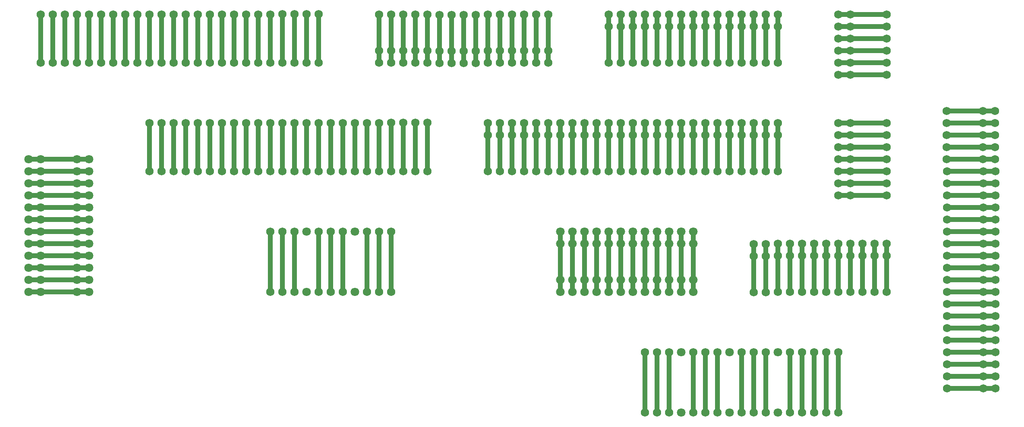
<source format=gbr>
G04 DesignSpark PCB Gerber Version 12.0 Build 5941*
G04 #@! TF.Part,Single*
G04 #@! TF.FileFunction,Copper,L2,Bot*
G04 #@! TF.FilePolarity,Positive*
%FSLAX35Y35*%
%MOIN*%
%ADD10C,0.03937*%
G04 #@! TA.AperFunction,WasherPad*
%ADD11C,0.06890*%
%ADD12C,0.07087*%
G04 #@! TD.AperFunction*
X0Y0D02*
D02*
D10*
X20250Y120250D02*
X30250D01*
X20250Y140250D02*
X30250D01*
X20250Y160250D02*
X30250D01*
X20250Y180250D02*
X30250D01*
X20250Y210250D02*
X30250D01*
X20250Y220250D02*
X30250D01*
Y120250D02*
X60250D01*
X30250Y130250D02*
X20250D01*
X30250Y140250D02*
X60250D01*
X30250Y150250D02*
X20250D01*
X30250Y160250D02*
X60250D01*
X30250Y170250D02*
X20250D01*
X30250Y180250D02*
X60250D01*
X30250Y190250D02*
X20250D01*
X30250Y200250D02*
X60250D01*
X30250D02*
X20250D01*
X30250Y220250D02*
X60250D01*
X30250Y230250D02*
X20250D01*
X30250Y310250D02*
Y350250D01*
X40250D02*
Y310250D01*
X50250D02*
Y350250D01*
X60250Y120250D02*
X70250D01*
X60250Y130250D02*
X30250D01*
X60250Y140250D02*
X70250D01*
X60250Y150250D02*
X30250D01*
X60250Y160250D02*
X70250D01*
X60250Y170250D02*
X30250D01*
X60250Y190250D02*
X30250D01*
X60250D02*
X70250D01*
X60250Y210250D02*
X30250D01*
X60250D02*
X70250D01*
X60250Y230250D02*
X30250D01*
X60250Y350250D02*
Y310250D01*
X70250Y130250D02*
X60250D01*
X70250Y150250D02*
X60250D01*
X70250Y170250D02*
X60250D01*
X70250Y180250D02*
X60250D01*
X70250Y200250D02*
X60250D01*
X70250Y220250D02*
X60250D01*
X70250Y230250D02*
X60250D01*
X70250Y310250D02*
Y350250D01*
X80250D02*
Y310250D01*
X90250D02*
Y350250D01*
X100250D02*
Y310250D01*
X110250D02*
Y350250D01*
X120250Y220250D02*
Y260250D01*
Y350250D02*
Y310250D01*
X130250Y260250D02*
Y220250D01*
Y310250D02*
Y350250D01*
X140250Y220250D02*
Y260250D01*
Y350250D02*
Y310250D01*
X150250Y260250D02*
Y220250D01*
Y310250D02*
Y350250D01*
X160250Y220250D02*
Y260250D01*
Y350250D02*
Y310250D01*
X170250Y260250D02*
Y220250D01*
Y310250D02*
Y350250D01*
X180250Y220250D02*
Y260250D01*
Y350250D02*
Y310250D01*
X190250Y260250D02*
Y220250D01*
Y310250D02*
Y350250D01*
X200250Y220250D02*
Y260250D01*
Y350250D02*
Y310250D01*
X210250Y260250D02*
Y220250D01*
Y310250D02*
Y350250D01*
X220250Y170250D02*
Y120250D01*
Y220250D02*
Y260250D01*
Y350250D02*
Y310250D01*
X230250Y120250D02*
Y170250D01*
Y260250D02*
Y220250D01*
Y310250D02*
Y350485D01*
X240250Y170250D02*
Y120250D01*
Y220250D02*
Y260250D01*
Y350485D02*
Y310250D01*
X250250Y260250D02*
Y220250D01*
Y310250D02*
Y350485D01*
X260250Y120250D02*
Y170250D01*
Y220250D02*
Y260250D01*
Y350485D02*
Y310250D01*
X270250Y170250D02*
Y120250D01*
Y260250D02*
Y220250D01*
X280250Y120250D02*
Y170250D01*
Y220250D02*
Y260250D01*
X290250D02*
Y220250D01*
X300250Y170250D02*
Y120250D01*
Y220250D02*
Y260250D01*
X310250Y120250D02*
Y170250D01*
Y260250D02*
Y220250D01*
Y310250D02*
Y320250D01*
Y350250D01*
X320250Y170250D02*
Y120250D01*
Y220250D02*
Y260485D01*
Y310250D02*
Y320250D01*
Y350250D02*
Y320250D01*
X330250Y260485D02*
Y220250D01*
Y310250D02*
Y320250D01*
Y350250D01*
X340250Y220250D02*
Y260485D01*
Y310250D02*
Y320250D01*
Y350250D02*
Y320250D01*
X350250Y260485D02*
Y220250D01*
Y310250D02*
Y320250D01*
Y350250D01*
X360250Y310015D02*
Y320015D01*
Y350015D02*
Y320015D01*
X370250Y310015D02*
Y320015D01*
Y350015D01*
X380250Y310015D02*
Y320015D01*
Y350015D02*
Y320015D01*
X390250Y310015D02*
Y320015D01*
Y350015D01*
X400250Y220250D02*
Y250250D01*
Y260250D02*
Y250250D01*
Y310250D02*
Y320250D01*
Y350250D02*
Y320250D01*
X410250Y250250D02*
Y260250D01*
Y250250D02*
Y220250D01*
Y310250D02*
Y320250D01*
Y350250D01*
X420250Y220250D02*
Y250250D01*
Y260250D02*
Y250250D01*
Y310250D02*
Y320250D01*
Y350250D02*
Y320250D01*
X430250Y250250D02*
Y260250D01*
Y250250D02*
Y220250D01*
Y310250D02*
Y320250D01*
Y350250D01*
X440250Y220250D02*
Y250250D01*
Y260250D02*
Y250250D01*
Y310250D02*
Y320250D01*
Y350250D02*
Y320250D01*
X450250Y250250D02*
Y260250D01*
Y250250D02*
Y220250D01*
Y310250D02*
Y320250D01*
Y350250D01*
X460250Y130250D02*
Y120250D01*
Y160250D02*
Y130250D01*
Y170250D02*
Y160250D01*
Y220250D02*
Y250250D01*
Y260250D02*
Y250250D01*
X470250Y130250D02*
Y160250D01*
Y130250D02*
Y120250D01*
Y170250D02*
Y160250D01*
Y250250D02*
Y260250D01*
Y250250D02*
Y220250D01*
X480250Y120250D02*
Y130250D01*
Y160250D02*
Y130250D01*
Y160250D02*
Y170250D01*
Y220250D02*
Y250250D01*
Y260250D01*
X490250Y130250D02*
Y160250D01*
Y130250D02*
Y120250D01*
Y170250D02*
Y160250D01*
Y250250D02*
Y220250D01*
Y260250D02*
Y250250D01*
X500250Y120250D02*
Y130250D01*
Y160250D02*
Y130250D01*
Y160250D02*
Y170250D01*
Y220250D02*
Y250250D01*
Y260250D02*
Y250250D01*
Y310250D02*
Y340250D01*
Y350250D01*
X510250Y130250D02*
Y160250D01*
Y130250D02*
Y120250D01*
Y170250D02*
Y160250D01*
Y250250D02*
Y220250D01*
Y260250D02*
Y250250D01*
Y340250D02*
Y310250D01*
Y350250D02*
Y340250D01*
X520250Y130250D02*
Y120250D01*
Y160250D02*
Y130250D01*
Y170250D02*
Y160250D01*
Y220250D02*
Y250250D01*
Y260250D02*
Y250250D01*
Y340250D02*
Y310250D01*
Y350250D02*
Y340250D01*
X530250Y20250D02*
Y70250D01*
Y120250D02*
Y130250D01*
Y160250D01*
Y170250D01*
Y250250D02*
Y220250D01*
Y260250D02*
Y250250D01*
Y310250D02*
Y340250D01*
Y350250D02*
Y340250D01*
X540250Y70250D02*
Y20250D01*
Y130250D02*
Y120250D01*
Y160250D02*
Y130250D01*
Y170250D02*
Y160250D01*
Y220250D02*
Y250250D01*
Y260250D02*
Y250250D01*
Y340250D02*
Y310250D01*
Y340250D02*
Y350250D01*
X550250Y20250D02*
Y70250D01*
Y120250D02*
Y130250D01*
Y160250D01*
Y170250D01*
Y250250D02*
Y220250D01*
Y260250D02*
Y250250D01*
Y310250D02*
Y340250D01*
Y350250D02*
Y340250D01*
X560250Y130250D02*
Y120250D01*
Y160250D02*
Y130250D01*
Y170250D02*
Y160250D01*
Y220250D02*
Y250250D01*
Y260250D02*
Y250250D01*
Y340250D02*
Y310250D01*
Y340250D02*
Y350250D01*
X570250Y70250D02*
Y20250D01*
Y120250D02*
Y130250D01*
Y160250D01*
Y170250D01*
Y250250D02*
Y220250D01*
Y260250D02*
Y250250D01*
Y310250D02*
Y340250D01*
Y350250D02*
Y340250D01*
X580250Y20250D02*
Y70250D01*
Y220250D02*
Y250250D01*
Y260250D02*
Y250250D01*
Y340250D02*
Y310250D01*
Y340250D02*
Y350250D01*
X590250Y70250D02*
Y20250D01*
Y250250D02*
Y220250D01*
Y260250D02*
Y250250D01*
Y310250D02*
Y340250D01*
Y350250D02*
Y340250D01*
X600250Y220250D02*
Y250250D01*
Y260250D02*
Y250250D01*
Y340250D02*
Y310250D01*
Y340250D02*
Y350250D01*
X610250Y20250D02*
Y70250D01*
Y250250D02*
Y220250D01*
Y260250D02*
Y250250D01*
Y310250D02*
Y340250D01*
Y350250D02*
Y340250D01*
X620250Y70250D02*
Y20250D01*
Y150015D02*
Y160015D01*
Y150015D02*
Y120015D01*
Y220250D02*
Y250250D01*
Y260250D02*
Y250250D01*
Y340250D02*
Y310250D01*
Y340250D02*
Y350250D01*
X630250Y20250D02*
Y70250D01*
Y120015D02*
Y150015D01*
Y160015D02*
Y150015D01*
Y250250D02*
Y220250D01*
Y260250D02*
Y250250D01*
Y310250D02*
Y340250D01*
Y350250D02*
Y340250D01*
X640250Y150250D02*
Y160250D01*
Y150250D02*
Y120250D01*
Y220250D02*
Y250250D01*
Y260250D02*
Y250250D01*
Y340250D02*
Y310250D01*
Y340250D02*
Y350250D01*
X650250Y70250D02*
Y20250D01*
Y120250D02*
Y150250D01*
Y160250D02*
Y150250D01*
X660250Y20250D02*
Y70250D01*
Y150250D02*
Y160250D01*
Y150250D02*
Y120250D01*
X670250Y70250D02*
Y20250D01*
Y120250D02*
Y150250D01*
Y160250D02*
Y150250D01*
X680250Y70250D02*
Y20250D01*
Y150250D02*
Y160250D01*
Y150250D02*
Y120250D01*
X690250Y20250D02*
Y70250D01*
Y120250D02*
Y150250D01*
Y160250D02*
Y150250D01*
Y210250D02*
X700250D01*
X690250Y230250D02*
X700250D01*
X690250Y250250D02*
X700250D01*
X690250Y300250D02*
X700250D01*
X690250Y320250D02*
X700250D01*
X690250Y340250D02*
X700250D01*
Y150250D02*
Y160250D01*
Y150250D02*
Y120250D01*
Y200250D02*
X690250D01*
X700250Y210250D02*
X730250D01*
X700250Y220250D02*
X690250D01*
X700250Y230250D02*
X730250D01*
X700250Y240250D02*
X690250D01*
X700250Y250250D02*
X730250D01*
X700250Y260250D02*
X690250D01*
X700250Y300250D02*
X730250D01*
X700250Y310250D02*
X690250D01*
X700250Y320250D02*
X730250D01*
X700250Y330250D02*
X690250D01*
X700250Y340250D02*
X730250D01*
X700250Y350250D02*
X690250D01*
X710250Y120250D02*
Y150250D01*
Y160250D02*
Y150250D01*
X720250D02*
Y160250D01*
Y150250D02*
Y120250D01*
X730250D02*
Y150250D01*
Y160250D02*
Y150250D01*
Y200250D02*
X700250D01*
X730250Y220250D02*
X700250D01*
X730250Y240250D02*
X700250D01*
X730250Y260250D02*
X700250D01*
X730250Y310250D02*
X700250D01*
X730250Y330250D02*
X700250D01*
X730250Y350250D02*
X700250D01*
X780015Y240250D02*
X810015D01*
X780015Y260250D02*
X810015D01*
X780250Y40250D02*
X810250D01*
X780250Y60250D02*
X810250D01*
X780250Y80250D02*
X810250D01*
X780250Y100250D02*
X810250D01*
X780250Y120250D02*
X810250D01*
X780250Y140250D02*
X810250D01*
X780250Y160250D02*
X810250D01*
X780250Y180250D02*
X810250D01*
X780250Y200250D02*
X810250D01*
X780250Y220250D02*
X810250D01*
X810015Y230250D02*
X820015D01*
X810015D02*
X780015D01*
X810015Y250250D02*
X820015D01*
X810015D02*
X780015D01*
X810015Y270250D02*
X820015D01*
X810015D02*
X780015D01*
X810250Y40250D02*
X820250D01*
X810250Y50250D02*
X820250D01*
X810250D02*
X780250D01*
X810250Y70250D02*
X820250D01*
X810250D02*
X780250D01*
X810250Y90250D02*
X820250D01*
X810250D02*
X780250D01*
X810250Y110250D02*
X820250D01*
X810250D02*
X780250D01*
X810250Y130250D02*
X820250D01*
X810250D02*
X780250D01*
X810250Y150250D02*
X820250D01*
X810250D02*
X780250D01*
X810250Y170250D02*
X820250D01*
X810250D02*
X780250D01*
X810250Y190250D02*
X820250D01*
X810250D02*
X780250D01*
X810250Y210250D02*
X820250D01*
X810250D02*
X780250D01*
X820015Y240250D02*
X810015D01*
X820015Y260250D02*
X810015D01*
X820250Y60250D02*
X810250D01*
X820250Y80250D02*
X810250D01*
X820250Y100250D02*
X810250D01*
X820250Y120250D02*
X810250D01*
X820250Y140250D02*
X810250D01*
X820250Y160250D02*
X810250D01*
X820250Y180250D02*
X810250D01*
X820250Y200250D02*
X810250D01*
X820250Y220250D02*
X810250D01*
D02*
D11*
X30250Y310250D03*
Y350250D03*
X40250Y310250D03*
Y350250D03*
X50250Y310250D03*
Y350250D03*
X60250Y310250D03*
Y350250D03*
X70250Y310250D03*
Y350250D03*
X80250Y310250D03*
Y350250D03*
X90250Y310250D03*
Y350250D03*
X100250Y310250D03*
Y350250D03*
X110250Y310250D03*
Y350250D03*
X120250Y220250D03*
Y260250D03*
Y310250D03*
Y350250D03*
X130250Y220250D03*
Y260250D03*
Y310250D03*
Y350250D03*
X140250Y220250D03*
Y260250D03*
Y310250D03*
Y350250D03*
X150250Y220250D03*
Y260250D03*
Y310250D03*
Y350250D03*
X160250Y220250D03*
Y260250D03*
Y310250D03*
Y350250D03*
X170250Y220250D03*
Y260250D03*
Y310250D03*
Y350250D03*
X180250Y220250D03*
Y260250D03*
Y310250D03*
Y350250D03*
X190250Y220250D03*
Y260250D03*
Y310250D03*
Y350250D03*
X200250Y220250D03*
Y260250D03*
Y310250D03*
Y350250D03*
X210250Y220250D03*
Y260250D03*
Y310250D03*
Y350250D03*
X220250Y120250D03*
Y170250D03*
Y220250D03*
Y260250D03*
Y310250D03*
Y350250D03*
X230250Y120250D03*
Y170250D03*
Y220250D03*
Y260250D03*
Y310250D03*
Y350485D03*
X240250Y120250D03*
Y170250D03*
Y220250D03*
Y260250D03*
Y310250D03*
Y350485D03*
X250250Y220250D03*
Y260250D03*
Y310250D03*
Y350485D03*
X260250Y120250D03*
Y170250D03*
Y220250D03*
Y260250D03*
Y310250D03*
Y350485D03*
X270250Y120250D03*
Y170250D03*
Y220250D03*
Y260250D03*
X280250Y120250D03*
Y170250D03*
Y220250D03*
Y260250D03*
X290250Y220250D03*
Y260250D03*
X300250Y120250D03*
Y170250D03*
Y220250D03*
Y260250D03*
X310250Y120250D03*
Y170250D03*
Y220250D03*
Y260250D03*
Y310250D03*
Y320250D03*
Y350250D03*
X320250Y120250D03*
Y170250D03*
Y220250D03*
Y260485D03*
Y310250D03*
Y320250D03*
Y350250D03*
X330250Y220250D03*
Y260485D03*
Y310250D03*
Y320250D03*
Y350250D03*
X340250Y220250D03*
Y260485D03*
Y310250D03*
Y320250D03*
Y350250D03*
X350250Y220250D03*
Y260485D03*
Y310250D03*
Y320250D03*
Y350250D03*
X360250Y310015D03*
Y320015D03*
Y350015D03*
X370250Y310015D03*
Y320015D03*
Y350015D03*
X380250Y310015D03*
Y320015D03*
Y350015D03*
X390250Y310015D03*
Y320015D03*
Y350015D03*
X400250Y220250D03*
Y250250D03*
Y260250D03*
Y310250D03*
Y320250D03*
Y350250D03*
X410250Y220250D03*
Y250250D03*
Y260250D03*
Y310250D03*
Y320250D03*
Y350250D03*
X420250Y220250D03*
Y250250D03*
Y260250D03*
Y310250D03*
Y320250D03*
Y350250D03*
X430250Y220250D03*
Y250250D03*
Y260250D03*
Y310250D03*
Y320250D03*
Y350250D03*
X440250Y220250D03*
Y250250D03*
Y260250D03*
Y310250D03*
Y320250D03*
Y350250D03*
X450250Y220250D03*
Y250250D03*
Y260250D03*
Y310250D03*
Y320250D03*
Y350250D03*
X460250Y220250D03*
Y250250D03*
Y260250D03*
X470250Y220250D03*
Y250250D03*
Y260250D03*
X480250Y220250D03*
Y250250D03*
Y260250D03*
X490250Y220250D03*
Y250250D03*
Y260250D03*
X500250Y220250D03*
Y250250D03*
Y260250D03*
Y310250D03*
Y340250D03*
Y350250D03*
X510250Y220250D03*
Y250250D03*
Y260250D03*
Y310250D03*
Y340250D03*
Y350250D03*
X520250Y220250D03*
Y250250D03*
Y260250D03*
Y310250D03*
Y340250D03*
Y350250D03*
X530250Y20250D03*
Y70250D03*
Y220250D03*
Y250250D03*
Y260250D03*
Y310250D03*
Y340250D03*
Y350250D03*
X540250Y20250D03*
Y70250D03*
Y220250D03*
Y250250D03*
Y260250D03*
Y310250D03*
Y340250D03*
Y350250D03*
X550250Y20250D03*
Y70250D03*
Y220250D03*
Y250250D03*
Y260250D03*
Y310250D03*
Y340250D03*
Y350250D03*
X560250Y220250D03*
Y250250D03*
Y260250D03*
Y310250D03*
Y340250D03*
Y350250D03*
X570250Y20250D03*
Y70250D03*
Y220250D03*
Y250250D03*
Y260250D03*
Y310250D03*
Y340250D03*
Y350250D03*
X580250Y20250D03*
Y70250D03*
Y220250D03*
Y250250D03*
Y260250D03*
Y310250D03*
Y340250D03*
Y350250D03*
X590250Y20250D03*
Y70250D03*
Y220250D03*
Y250250D03*
Y260250D03*
Y310250D03*
Y340250D03*
Y350250D03*
X600250Y220250D03*
Y250250D03*
Y260250D03*
Y310250D03*
Y340250D03*
Y350250D03*
X610250Y20250D03*
Y70250D03*
Y220250D03*
Y250250D03*
Y260250D03*
Y310250D03*
Y340250D03*
Y350250D03*
X620250Y20250D03*
Y70250D03*
Y120015D03*
Y150015D03*
Y160015D03*
Y220250D03*
Y250250D03*
Y260250D03*
Y310250D03*
Y340250D03*
Y350250D03*
X630250Y20250D03*
Y70250D03*
Y120015D03*
Y150015D03*
Y160015D03*
Y220250D03*
Y250250D03*
Y260250D03*
Y310250D03*
Y340250D03*
Y350250D03*
X640250Y120250D03*
Y150250D03*
Y160250D03*
Y220250D03*
Y250250D03*
Y260250D03*
Y310250D03*
Y340250D03*
Y350250D03*
X650250Y20250D03*
Y70250D03*
Y120250D03*
Y150250D03*
Y160250D03*
X660250Y20250D03*
Y70250D03*
Y120250D03*
Y150250D03*
Y160250D03*
X670250Y20250D03*
Y70250D03*
Y120250D03*
Y150250D03*
Y160250D03*
X680250Y20250D03*
Y70250D03*
Y120250D03*
Y150250D03*
Y160250D03*
X690250Y20250D03*
Y70250D03*
Y120250D03*
Y150250D03*
Y160250D03*
Y200250D03*
Y210250D03*
Y220250D03*
Y230250D03*
Y240250D03*
Y250250D03*
Y260250D03*
Y300250D03*
Y310250D03*
Y320250D03*
Y330250D03*
Y340250D03*
Y350250D03*
X700250Y120250D03*
Y150250D03*
Y160250D03*
Y200250D03*
Y210250D03*
Y220250D03*
Y230250D03*
Y240250D03*
Y250250D03*
Y260250D03*
Y300250D03*
Y310250D03*
Y320250D03*
Y330250D03*
Y340250D03*
Y350250D03*
X710250Y120250D03*
Y150250D03*
Y160250D03*
X720250Y120250D03*
Y150250D03*
Y160250D03*
X730250Y120250D03*
Y150250D03*
Y160250D03*
Y200250D03*
Y210250D03*
Y220250D03*
Y230250D03*
Y240250D03*
Y250250D03*
Y260250D03*
Y300250D03*
Y310250D03*
Y320250D03*
Y330250D03*
Y340250D03*
Y350250D03*
X780015Y230250D03*
Y240250D03*
Y250250D03*
Y260250D03*
Y270250D03*
X780250Y40250D03*
Y50250D03*
Y60250D03*
Y70250D03*
Y80250D03*
Y90250D03*
Y100250D03*
Y110250D03*
Y120250D03*
Y130250D03*
Y140250D03*
Y150250D03*
Y160250D03*
Y170250D03*
Y180250D03*
Y190250D03*
Y200250D03*
Y210250D03*
Y220250D03*
X810015Y230250D03*
Y240250D03*
Y250250D03*
Y260250D03*
Y270250D03*
X810250Y40250D03*
Y50250D03*
Y60250D03*
Y70250D03*
Y80250D03*
Y90250D03*
Y100250D03*
Y110250D03*
Y120250D03*
Y130250D03*
Y140250D03*
Y150250D03*
Y160250D03*
Y170250D03*
Y180250D03*
Y190250D03*
Y200250D03*
Y210250D03*
Y220250D03*
X820015Y230250D03*
Y240250D03*
Y250250D03*
Y260250D03*
Y270250D03*
X820250Y40250D03*
Y50250D03*
Y60250D03*
Y70250D03*
Y80250D03*
Y90250D03*
Y100250D03*
Y110250D03*
Y120250D03*
Y130250D03*
Y140250D03*
Y150250D03*
Y160250D03*
Y170250D03*
Y180250D03*
Y190250D03*
Y200250D03*
Y210250D03*
Y220250D03*
D02*
D12*
X20250Y120250D03*
Y130250D03*
Y140250D03*
Y150250D03*
Y160250D03*
Y170250D03*
Y180250D03*
Y190250D03*
Y200250D03*
Y210250D03*
Y220250D03*
Y230250D03*
X30250Y120250D03*
Y130250D03*
Y140250D03*
Y150250D03*
Y160250D03*
Y170250D03*
Y180250D03*
Y190250D03*
Y200250D03*
Y210250D03*
Y220250D03*
Y230250D03*
X60250Y120250D03*
Y130250D03*
Y140250D03*
Y150250D03*
Y160250D03*
Y170250D03*
Y180250D03*
Y190250D03*
Y200250D03*
Y210250D03*
Y220250D03*
Y230250D03*
X70250Y120250D03*
Y130250D03*
Y140250D03*
Y150250D03*
Y160250D03*
Y170250D03*
Y180250D03*
Y190250D03*
Y200250D03*
Y210250D03*
Y220250D03*
Y230250D03*
X250250Y120250D03*
Y170250D03*
X290250Y120250D03*
Y170250D03*
X460250Y120250D03*
Y130250D03*
Y160250D03*
Y170250D03*
X470250Y120250D03*
Y130250D03*
Y160250D03*
Y170250D03*
X480250Y120250D03*
Y130250D03*
Y160250D03*
Y170250D03*
X490250Y120250D03*
Y130250D03*
Y160250D03*
Y170250D03*
X500250Y120250D03*
Y130250D03*
Y160250D03*
Y170250D03*
X510250Y120250D03*
Y130250D03*
Y160250D03*
Y170250D03*
X520250Y120250D03*
Y130250D03*
Y160250D03*
Y170250D03*
X530250Y120250D03*
Y130250D03*
Y160250D03*
Y170250D03*
X540250Y120250D03*
Y130250D03*
Y160250D03*
Y170250D03*
X550250Y120250D03*
Y130250D03*
Y160250D03*
Y170250D03*
X560250Y20250D03*
Y70250D03*
Y120250D03*
Y130250D03*
Y160250D03*
Y170250D03*
X570250Y120250D03*
Y130250D03*
Y160250D03*
Y170250D03*
X600250Y20250D03*
Y70250D03*
X640250Y20250D03*
Y70250D03*
X0Y0D02*
M02*

</source>
